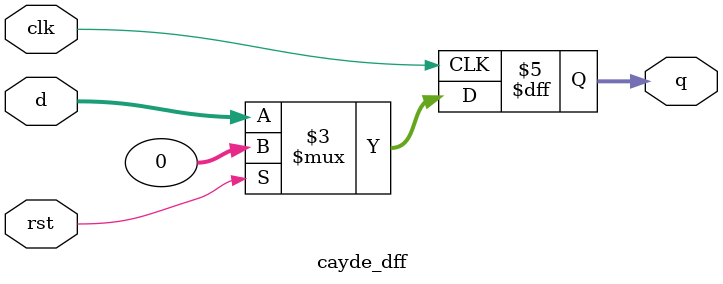
<source format=sv>
/*
*	flip-flop for PC value for cayde
*/

module cayde_dff #( parameter WIDTH = 32 )
	( input logic clk, rst,
	  input logic [WIDTH-1:0] d,
	  output logic [WIDTH-1:0] q
	);

	always_ff @(posedge clk) begin
		if(rst)
			q <= 0;
		else
			q <= d;
	end
endmodule

</source>
